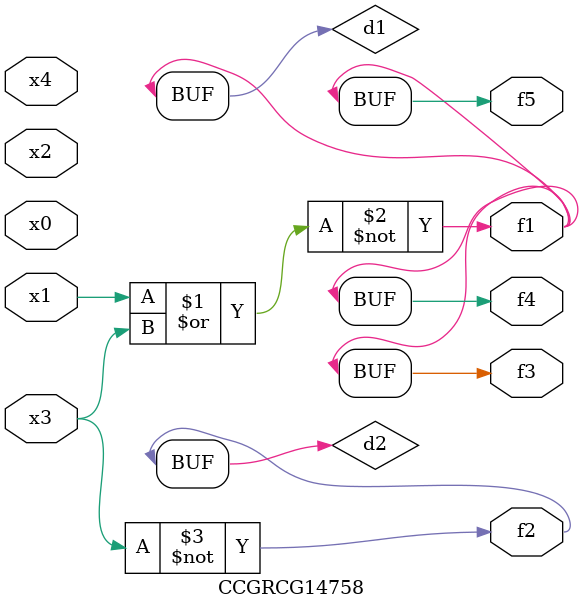
<source format=v>
module CCGRCG14758(
	input x0, x1, x2, x3, x4,
	output f1, f2, f3, f4, f5
);

	wire d1, d2;

	nor (d1, x1, x3);
	not (d2, x3);
	assign f1 = d1;
	assign f2 = d2;
	assign f3 = d1;
	assign f4 = d1;
	assign f5 = d1;
endmodule

</source>
